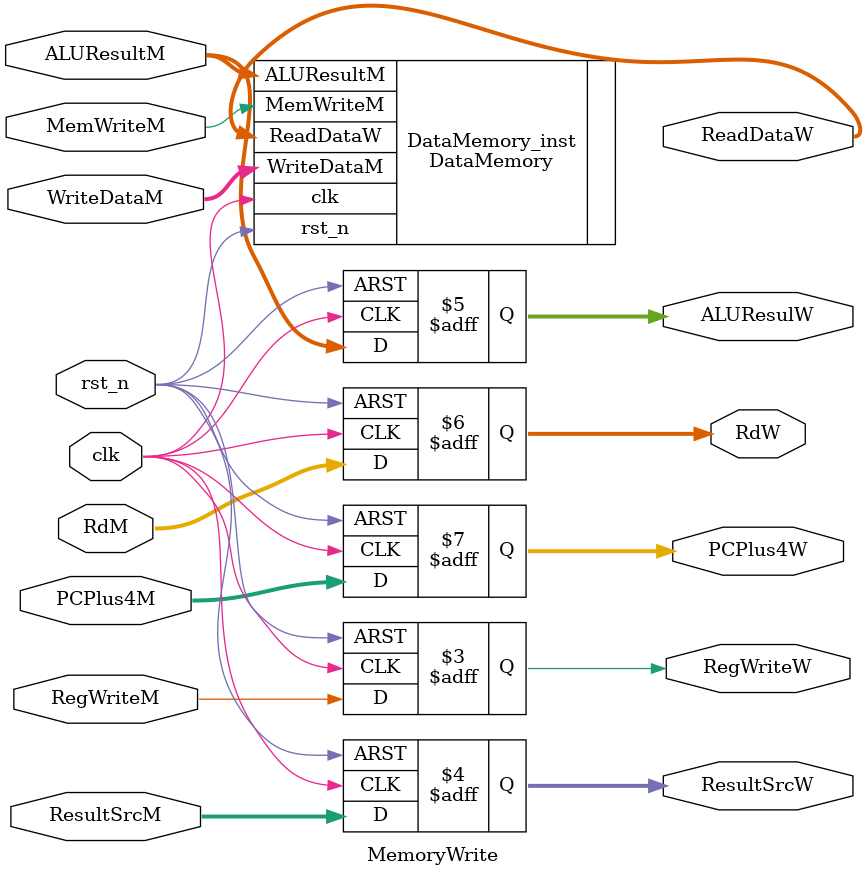
<source format=v>

module MemoryWrite(
    //input Signals
                              clk                        ,
                              rst_n                      ,
                              ResultSrcM                 ,
                              RegWriteM                  ,
                              MemWriteM                  ,  
                              WriteDataM                 ,
                              ALUResultM                 ,
                              RdM                        ,
                              PCPlus4M                   ,

//output Signals
                              RegWriteW                  ,
                              ResultSrcW                 ,
                              ALUResulW                  ,
                              RdW                        ,
                              ReadDataW                  ,
                              PCPlus4W                   


      
);

input clk, rst_n;
input RegWriteM, MemWriteM;
input [31:0] WriteDataM, ALUResultM;
input [4:0]  RdM;
input [31:0] PCPlus4M;
input [1:0]  ResultSrcM;

output reg         RegWriteW;
output reg  [1:0]  ResultSrcW;
output reg [31:0] ALUResulW;
output reg  [4:0]  RdW;
output wire  [31:0] ReadDataW;
output reg  [31:0] PCPlus4W;


//Data Memory
DataMemory DataMemory_inst(
    .clk(clk),
    .rst_n(rst_n),
    .ALUResultM(ALUResultM),
    .WriteDataM(WriteDataM),
    .MemWriteM(MemWriteM),
    .ReadDataW(ReadDataW)
);

//register output
always @(posedge clk or negedge rst_n)begin
    if(~rst_n)begin
        RegWriteW <= 1'b0;
        ResultSrcW <= 2'b00;
        RdW <= 5'b00000;
        PCPlus4W <= 32'b0;

        ALUResulW <= 32'b0;
    end
    else begin
        RegWriteW <= RegWriteM;
        ResultSrcW <= ResultSrcM;
        RdW <= RdM;
        ALUResulW <= ALUResultM;
        PCPlus4W <= PCPlus4M;

    end
end

endmodule
</source>
